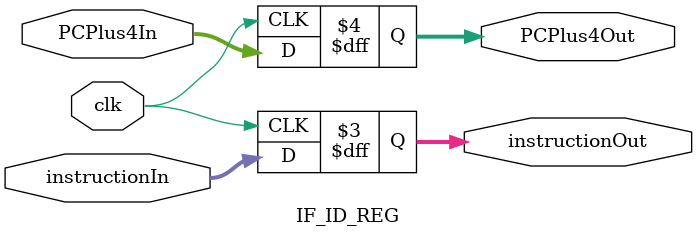
<source format=v>
`timescale 1ns / 1ps

module IF_ID_REG(clk, instructionIn, PCPlus4In, instructionOut, PCPlus4Out);

    input [31:0] instructionIn, PCPlus4In;
    input clk;
    output reg [31:0] instructionOut, PCPlus4Out;
    
    initial begin
        instructionOut = 0;
        PCPlus4Out = 0;
    end    
    
    always @(posedge clk) begin
        instructionOut <= instructionIn;
        PCPlus4Out <= PCPlus4In;
    end
    
endmodule

</source>
